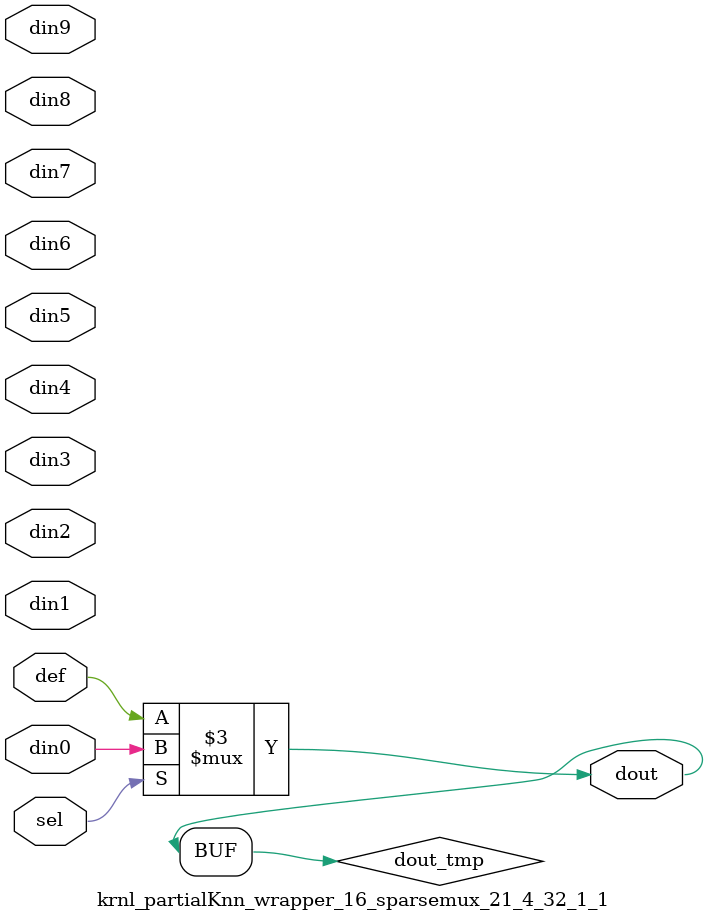
<source format=v>
`timescale 1 ns / 1 ps
module krnl_partialKnn_wrapper_16_sparsemux_21_4_32_1_1 (din0,din1,din2,din3,din4,din5,din6,din7,din8,din9,def,sel,dout);
parameter din0_WIDTH = 1;
parameter din1_WIDTH = 1;
parameter din2_WIDTH = 1;
parameter din3_WIDTH = 1;
parameter din4_WIDTH = 1;
parameter din5_WIDTH = 1;
parameter din6_WIDTH = 1;
parameter din7_WIDTH = 1;
parameter din8_WIDTH = 1;
parameter din9_WIDTH = 1;
parameter def_WIDTH = 1;
parameter sel_WIDTH = 1;
parameter dout_WIDTH = 1;
parameter [sel_WIDTH-1:0] CASE0 = 1;
parameter [sel_WIDTH-1:0] CASE1 = 1;
parameter [sel_WIDTH-1:0] CASE2 = 1;
parameter [sel_WIDTH-1:0] CASE3 = 1;
parameter [sel_WIDTH-1:0] CASE4 = 1;
parameter [sel_WIDTH-1:0] CASE5 = 1;
parameter [sel_WIDTH-1:0] CASE6 = 1;
parameter [sel_WIDTH-1:0] CASE7 = 1;
parameter [sel_WIDTH-1:0] CASE8 = 1;
parameter [sel_WIDTH-1:0] CASE9 = 1;
parameter ID = 1;
parameter NUM_STAGE = 1;
input [din0_WIDTH-1:0] din0;
input [din1_WIDTH-1:0] din1;
input [din2_WIDTH-1:0] din2;
input [din3_WIDTH-1:0] din3;
input [din4_WIDTH-1:0] din4;
input [din5_WIDTH-1:0] din5;
input [din6_WIDTH-1:0] din6;
input [din7_WIDTH-1:0] din7;
input [din8_WIDTH-1:0] din8;
input [din9_WIDTH-1:0] din9;
input [def_WIDTH-1:0] def;
input [sel_WIDTH-1:0] sel;
output [dout_WIDTH-1:0] dout;
reg [dout_WIDTH-1:0] dout_tmp;
always @ (*) begin
case (sel)
    
    CASE0 : dout_tmp = din0;
    
    CASE1 : dout_tmp = din1;
    
    CASE2 : dout_tmp = din2;
    
    CASE3 : dout_tmp = din3;
    
    CASE4 : dout_tmp = din4;
    
    CASE5 : dout_tmp = din5;
    
    CASE6 : dout_tmp = din6;
    
    CASE7 : dout_tmp = din7;
    
    CASE8 : dout_tmp = din8;
    
    CASE9 : dout_tmp = din9;
    
    default : dout_tmp = def;
endcase
end
assign dout = dout_tmp;
endmodule
</source>
